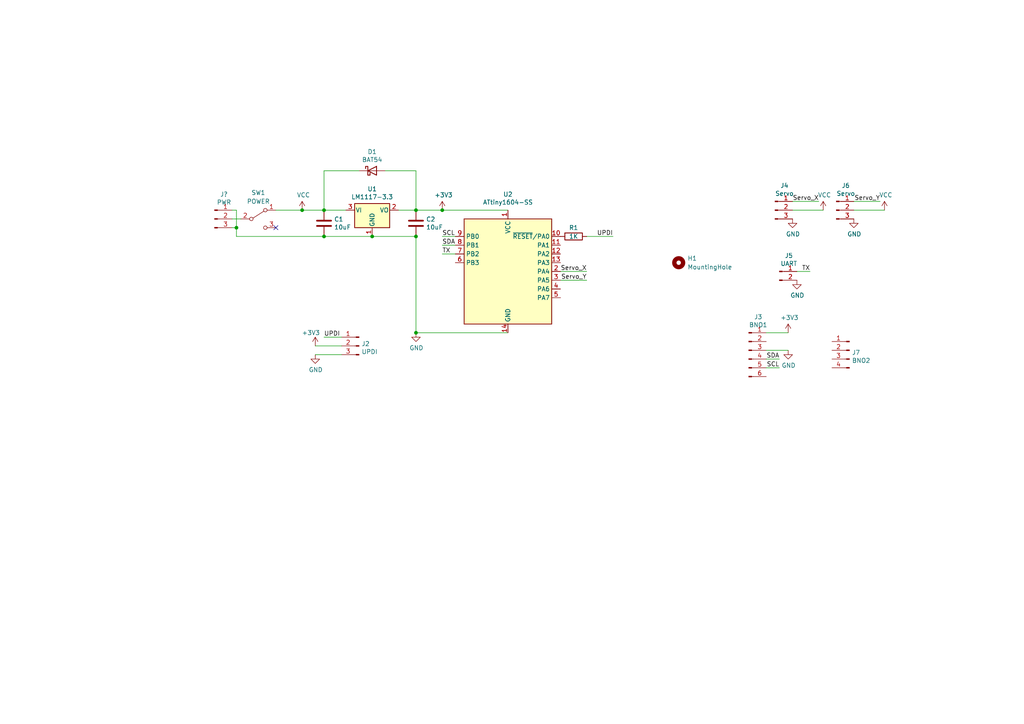
<source format=kicad_sch>
(kicad_sch (version 20211123) (generator eeschema)
  (paper "A4")
  (lib_symbols
    (symbol "Connector:Conn_01x02_Male" (pin_names (offset 1.016) hide)
      (property "Reference" "J" (at 0 2.54 0))
      (property "Value" "Conn_01x02_Male" (at 0 -5.08 0))
      (symbol "Conn_01x02_Male_1_1"
        (polyline (pts (xy 1.27 -2.54) (xy 0.8636 -2.54)) (stroke (width 0.1524)))
        (polyline (pts (xy 1.27 0) (xy 0.8636 0)) (stroke (width 0.1524)))
        (rectangle (start 0.8636 -2.413) (end 0 -2.667) (stroke (width 0.1524)) (fill (type outline)))
        (rectangle (start 0.8636 0.127) (end 0 -0.127) (stroke (width 0.1524)) (fill (type outline)))
        (pin passive line (at 5.08 0 180) (length 3.81) (name "Pin_1") (number "1"))
        (pin passive line (at 5.08 -2.54 180) (length 3.81) (name "Pin_2") (number "2"))
      )
    )
    (symbol "Connector:Conn_01x03_Male" (pin_names (offset 1.016) hide)
      (property "Reference" "J" (at 0 5.08 0))
      (property "Value" "Conn_01x03_Male" (at 0 -5.08 0))
      (symbol "Conn_01x03_Male_1_1"
        (polyline (pts (xy 1.27 -2.54) (xy 0.8636 -2.54)) (stroke (width 0.1524)))
        (polyline (pts (xy 1.27 0) (xy 0.8636 0)) (stroke (width 0.1524)))
        (polyline (pts (xy 1.27 2.54) (xy 0.8636 2.54)) (stroke (width 0.1524)))
        (rectangle (start 0.8636 -2.413) (end 0 -2.667) (stroke (width 0.1524)) (fill (type outline)))
        (rectangle (start 0.8636 0.127) (end 0 -0.127) (stroke (width 0.1524)) (fill (type outline)))
        (rectangle (start 0.8636 2.667) (end 0 2.413) (stroke (width 0.1524)) (fill (type outline)))
        (pin passive line (at 5.08 2.54 180) (length 3.81) (name "Pin_1") (number "1"))
        (pin passive line (at 5.08 0 180) (length 3.81) (name "Pin_2") (number "2"))
        (pin passive line (at 5.08 -2.54 180) (length 3.81) (name "Pin_3") (number "3"))
      )
    )
    (symbol "Connector:Conn_01x04_Male" (pin_names (offset 1.016) hide)
      (property "Reference" "J" (at 0 5.08 0))
      (property "Value" "Conn_01x04_Male" (at 0 -7.62 0))
      (symbol "Conn_01x04_Male_1_1"
        (polyline (pts (xy 1.27 -5.08) (xy 0.8636 -5.08)) (stroke (width 0.1524)))
        (polyline (pts (xy 1.27 -2.54) (xy 0.8636 -2.54)) (stroke (width 0.1524)))
        (polyline (pts (xy 1.27 0) (xy 0.8636 0)) (stroke (width 0.1524)))
        (polyline (pts (xy 1.27 2.54) (xy 0.8636 2.54)) (stroke (width 0.1524)))
        (rectangle (start 0.8636 -4.953) (end 0 -5.207) (stroke (width 0.1524)) (fill (type outline)))
        (rectangle (start 0.8636 -2.413) (end 0 -2.667) (stroke (width 0.1524)) (fill (type outline)))
        (rectangle (start 0.8636 0.127) (end 0 -0.127) (stroke (width 0.1524)) (fill (type outline)))
        (rectangle (start 0.8636 2.667) (end 0 2.413) (stroke (width 0.1524)) (fill (type outline)))
        (pin passive line (at 5.08 2.54 180) (length 3.81) (name "Pin_1") (number "1"))
        (pin passive line (at 5.08 0 180) (length 3.81) (name "Pin_2") (number "2"))
        (pin passive line (at 5.08 -2.54 180) (length 3.81) (name "Pin_3") (number "3"))
        (pin passive line (at 5.08 -5.08 180) (length 3.81) (name "Pin_4") (number "4"))
      )
    )
    (symbol "Connector:Conn_01x06_Male" (pin_names (offset 1.016) hide)
      (property "Reference" "J" (at 0 7.62 0))
      (property "Value" "Conn_01x06_Male" (at 0 -10.16 0))
      (symbol "Conn_01x06_Male_1_1"
        (polyline (pts (xy 1.27 -7.62) (xy 0.8636 -7.62)) (stroke (width 0.1524)))
        (polyline (pts (xy 1.27 -5.08) (xy 0.8636 -5.08)) (stroke (width 0.1524)))
        (polyline (pts (xy 1.27 -2.54) (xy 0.8636 -2.54)) (stroke (width 0.1524)))
        (polyline (pts (xy 1.27 0) (xy 0.8636 0)) (stroke (width 0.1524)))
        (polyline (pts (xy 1.27 2.54) (xy 0.8636 2.54)) (stroke (width 0.1524)))
        (polyline (pts (xy 1.27 5.08) (xy 0.8636 5.08)) (stroke (width 0.1524)))
        (rectangle (start 0.8636 -7.493) (end 0 -7.747) (stroke (width 0.1524)) (fill (type outline)))
        (rectangle (start 0.8636 -4.953) (end 0 -5.207) (stroke (width 0.1524)) (fill (type outline)))
        (rectangle (start 0.8636 -2.413) (end 0 -2.667) (stroke (width 0.1524)) (fill (type outline)))
        (rectangle (start 0.8636 0.127) (end 0 -0.127) (stroke (width 0.1524)) (fill (type outline)))
        (rectangle (start 0.8636 2.667) (end 0 2.413) (stroke (width 0.1524)) (fill (type outline)))
        (rectangle (start 0.8636 5.207) (end 0 4.953) (stroke (width 0.1524)) (fill (type outline)))
        (pin passive line (at 5.08 5.08 180) (length 3.81) (name "Pin_1") (number "1"))
        (pin passive line (at 5.08 2.54 180) (length 3.81) (name "Pin_2") (number "2"))
        (pin passive line (at 5.08 0 180) (length 3.81) (name "Pin_3") (number "3"))
        (pin passive line (at 5.08 -2.54 180) (length 3.81) (name "Pin_4") (number "4"))
        (pin passive line (at 5.08 -5.08 180) (length 3.81) (name "Pin_5") (number "5"))
        (pin passive line (at 5.08 -7.62 180) (length 3.81) (name "Pin_6") (number "6"))
      )
    )
    (symbol "Device:C" (pin_numbers hide) (pin_names (offset 0.254))
      (property "Reference" "C" (at 0.635 2.54 0))
      (property "Value" "C" (at 0.635 -2.54 0))
      (symbol "C_0_1"
        (polyline (pts (xy -2.032 -0.762) (xy 2.032 -0.762)) (stroke (width 0.508)))
        (polyline (pts (xy -2.032 0.762) (xy 2.032 0.762)) (stroke (width 0.508)))
      )
      (symbol "C_1_1"
        (pin passive line (at 0 3.81 270) (length 2.794) (name "~") (number "1"))
        (pin passive line (at 0 -3.81 90) (length 2.794) (name "~") (number "2"))
      )
    )
    (symbol "Device:D_Schottky" (pin_numbers hide) (pin_names (offset 1.016) hide)
      (property "Reference" "D" (at 0 2.54 0))
      (property "Value" "D_Schottky" (at 0 -2.54 0))
      (symbol "D_Schottky_0_1"
        (polyline (pts (xy 1.27 0) (xy -1.27 0)))
        (polyline (pts (xy 1.27 1.27) (xy 1.27 -1.27) (xy -1.27 0) (xy 1.27 1.27)) (stroke (width 0.254)))
        (polyline (pts (xy -1.905 0.635) (xy -1.905 1.27) (xy -1.27 1.27) (xy -1.27 -1.27) (xy -0.635 -1.27) (xy -0.635 -0.635)) (stroke (width 0.254)))
      )
      (symbol "D_Schottky_1_1"
        (pin passive line (at -3.81 0 0) (length 2.54) (name "K") (number "1"))
        (pin passive line (at 3.81 0 180) (length 2.54) (name "A") (number "2"))
      )
    )
    (symbol "Device:R" (pin_numbers hide) (pin_names (offset 0))
      (property "Reference" "R" (at 2.032 0 90))
      (property "Value" "R" (at 0 0 90))
      (symbol "R_0_1"
        (rectangle (start -1.016 -2.54) (end 1.016 2.54) (stroke (width 0.254)))
      )
      (symbol "R_1_1"
        (pin passive line (at 0 3.81 270) (length 1.27) (name "~") (number "1"))
        (pin passive line (at 0 -3.81 90) (length 1.27) (name "~") (number "2"))
      )
    )
    (symbol "MCU_Microchip_ATtiny:ATtiny1604-SS"
      (property "Reference" "U" (at -12.7 16.51 0))
      (property "Value" "ATtiny1604-SS" (at 2.54 -16.51 0))
      (symbol "ATtiny1604-SS_0_1"
        (rectangle (start -12.7 -15.24) (end 12.7 15.24) (stroke (width 0.254)) (fill (type background)))
      )
      (symbol "ATtiny1604-SS_1_1"
        (pin power_in line (at 0 17.78 270) (length 2.54) (name "VCC") (number "1"))
        (pin bidirectional line (at 15.24 10.16 180) (length 2.54) (name "~{RESET}/PA0") (number "10"))
        (pin bidirectional line (at 15.24 7.62 180) (length 2.54) (name "PA1") (number "11"))
        (pin bidirectional line (at 15.24 5.08 180) (length 2.54) (name "PA2") (number "12"))
        (pin bidirectional line (at 15.24 2.54 180) (length 2.54) (name "PA3") (number "13"))
        (pin power_in line (at 0 -17.78 90) (length 2.54) (name "GND") (number "14"))
        (pin bidirectional line (at 15.24 0 180) (length 2.54) (name "PA4") (number "2"))
        (pin bidirectional line (at 15.24 -2.54 180) (length 2.54) (name "PA5") (number "3"))
        (pin bidirectional line (at 15.24 -5.08 180) (length 2.54) (name "PA6") (number "4"))
        (pin bidirectional line (at 15.24 -7.62 180) (length 2.54) (name "PA7") (number "5"))
        (pin bidirectional line (at -15.24 2.54 0) (length 2.54) (name "PB3") (number "6"))
        (pin bidirectional line (at -15.24 5.08 0) (length 2.54) (name "PB2") (number "7"))
        (pin bidirectional line (at -15.24 7.62 0) (length 2.54) (name "PB1") (number "8"))
        (pin bidirectional line (at -15.24 10.16 0) (length 2.54) (name "PB0") (number "9"))
      )
    )
    (symbol "Mechanical:MountingHole" (pin_names (offset 1.016))
      (property "Reference" "H" (at 0 5.08 0))
      (property "Value" "MountingHole" (at 0 3.175 0))
      (symbol "MountingHole_0_1"
        (circle (center 0 0) (radius 1.27) (stroke (width 1.27)))
      )
    )
    (symbol "Regulator_Linear:LM1117-3.3" (pin_names (offset 0.254))
      (property "Reference" "U" (at -3.81 3.175 0))
      (property "Value" "LM1117-3.3" (at 0 3.175 0))
      (symbol "LM1117-3.3_0_1"
        (rectangle (start -5.08 -5.08) (end 5.08 1.905) (stroke (width 0.254)) (fill (type background)))
      )
      (symbol "LM1117-3.3_1_1"
        (pin power_in line (at 0 -7.62 90) (length 2.54) (name "GND") (number "1"))
        (pin power_out line (at 7.62 0 180) (length 2.54) (name "VO") (number "2"))
        (pin power_in line (at -7.62 0 0) (length 2.54) (name "VI") (number "3"))
      )
    )
    (symbol "Switch:SW_SPDT" (pin_names (offset 0) hide)
      (property "Reference" "SW" (at 0 4.318 0))
      (property "Value" "SW_SPDT" (at 0 -5.08 0))
      (symbol "SW_SPDT_0_0"
        (circle (center -2.032 0) (radius 0.508))
        (circle (center 2.032 -2.54) (radius 0.508))
      )
      (symbol "SW_SPDT_0_1"
        (polyline (pts (xy -1.524 0.254) (xy 1.651 2.286)))
        (circle (center 2.032 2.54) (radius 0.508))
      )
      (symbol "SW_SPDT_1_1"
        (pin passive line (at 5.08 2.54 180) (length 2.54) (name "A") (number "1"))
        (pin passive line (at -5.08 0 0) (length 2.54) (name "B") (number "2"))
        (pin passive line (at 5.08 -2.54 180) (length 2.54) (name "C") (number "3"))
      )
    )
    (symbol "power:+3V3" (power) (pin_names (offset 0))
      (property "Value" "+3V3" (at 0 3.556 0))
      (symbol "+3V3_0_1"
        (polyline (pts (xy -0.762 1.27) (xy 0 2.54)))
        (polyline (pts (xy 0 0) (xy 0 2.54)))
        (polyline (pts (xy 0 2.54) (xy 0.762 1.27)))
      )
      (symbol "+3V3_1_1"
        (pin power_in line (at 0 0 90) (length 0) hide (name "+3V3") (number "1"))
      )
    )
    (symbol "power:GND" (power) (pin_names (offset 0))
      (property "Value" "GND" (at 0 -3.81 0))
      (symbol "GND_0_1"
        (polyline (pts (xy 0 0) (xy 0 -1.27) (xy 1.27 -1.27) (xy 0 -2.54) (xy -1.27 -1.27) (xy 0 -1.27)))
      )
      (symbol "GND_1_1"
        (pin power_in line (at 0 0 270) (length 0) hide (name "GND") (number "1"))
      )
    )
    (symbol "power:VCC" (power) (pin_names (offset 0))
      (property "Value" "VCC" (at 0 3.81 0))
      (symbol "VCC_0_1"
        (polyline (pts (xy -0.762 1.27) (xy 0 2.54)))
        (polyline (pts (xy 0 0) (xy 0 2.54)))
        (polyline (pts (xy 0 2.54) (xy 0.762 1.27)))
      )
      (symbol "VCC_1_1"
        (pin power_in line (at 0 0 90) (length 0) hide (name "VCC") (number "1"))
      )
    )
  )
  (junction (at 120.65 60.96))
  (junction (at 68.58 66.04))
  (junction (at 107.95 68.58))
  (junction (at 93.98 68.58))
  (junction (at 128.27 60.96))
  (junction (at 120.65 96.52))
  (junction (at 93.98 60.96))
  (junction (at 120.65 68.58))
  (junction (at 87.63 60.96))
  (no_connect (at 80.01 66.04))
  (wire (pts (xy 247.65 58.42) (xy 255.27 58.42)))
  (wire (pts (xy 93.98 49.53) (xy 104.14 49.53)))
  (wire (pts (xy 132.08 71.12) (xy 128.27 71.12)))
  (wire (pts (xy 120.65 96.52) (xy 147.32 96.52)))
  (wire (pts (xy 68.58 60.96) (xy 68.58 66.04)))
  (wire (pts (xy 91.44 100.33) (xy 99.06 100.33)))
  (wire (pts (xy 247.65 60.96) (xy 256.54 60.96)))
  (wire (pts (xy 162.56 81.28) (xy 170.18 81.28)))
  (wire (pts (xy 99.06 97.79) (xy 93.98 97.79)))
  (wire (pts (xy 100.33 60.96) (xy 93.98 60.96)))
  (wire (pts (xy 93.98 68.58) (xy 107.95 68.58)))
  (wire (pts (xy 107.95 68.58) (xy 120.65 68.58)))
  (wire (pts (xy 120.65 60.96) (xy 115.57 60.96)))
  (wire (pts (xy 128.27 60.96) (xy 147.32 60.96)))
  (wire (pts (xy 67.31 66.04) (xy 68.58 66.04)))
  (wire (pts (xy 68.58 68.58) (xy 93.98 68.58)))
  (wire (pts (xy 222.25 101.6) (xy 228.6 101.6)))
  (wire (pts (xy 132.08 68.58) (xy 128.27 68.58)))
  (wire (pts (xy 120.65 68.58) (xy 120.65 96.52)))
  (wire (pts (xy 222.25 104.14) (xy 226.06 104.14)))
  (wire (pts (xy 170.18 68.58) (xy 177.8 68.58)))
  (wire (pts (xy 162.56 78.74) (xy 170.18 78.74)))
  (wire (pts (xy 222.25 106.68) (xy 226.06 106.68)))
  (wire (pts (xy 229.87 60.96) (xy 238.76 60.96)))
  (wire (pts (xy 222.25 96.52) (xy 228.6 96.52)))
  (wire (pts (xy 68.58 66.04) (xy 68.58 68.58)))
  (wire (pts (xy 80.01 60.96) (xy 87.63 60.96)))
  (wire (pts (xy 67.31 60.96) (xy 68.58 60.96)))
  (wire (pts (xy 67.31 63.5) (xy 69.85 63.5)))
  (wire (pts (xy 91.44 102.87) (xy 99.06 102.87)))
  (wire (pts (xy 93.98 60.96) (xy 93.98 49.53)))
  (wire (pts (xy 229.87 58.42) (xy 237.49 58.42)))
  (wire (pts (xy 120.65 60.96) (xy 128.27 60.96)))
  (wire (pts (xy 120.65 49.53) (xy 120.65 60.96)))
  (wire (pts (xy 231.14 78.74) (xy 234.95 78.74)))
  (wire (pts (xy 132.08 73.66) (xy 128.27 73.66)))
  (wire (pts (xy 111.76 49.53) (xy 120.65 49.53)))
  (wire (pts (xy 87.63 60.96) (xy 93.98 60.96)))
  (label "TX" (at 234.95 78.74 180))
  (label "Servo_Y" (at 255.27 58.42 180))
  (label "Servo_X" (at 237.49 58.42 180))
  (label "Servo_Y" (at 170.18 81.28 180))
  (label "UPDI" (at 93.98 97.79 0))
  (label "SCL" (at 226.06 106.68 180))
  (label "SDA" (at 226.06 104.14 180))
  (label "SDA" (at 128.27 71.12 0))
  (label "UPDI" (at 177.8 68.58 180))
  (label "TX" (at 128.27 73.66 0))
  (label "SCL" (at 128.27 68.58 0))
  (label "Servo_X" (at 170.18 78.74 180))
  (symbol (lib_id "MCU_Microchip_ATtiny:ATtiny1604-SS") (at 147.32 78.74 0) (unit 1)
    (property "Reference" "U2" (at 147.32 56.3626 0))
    (property "Value" "ATtiny1604-SS" (at 147.32 58.674 0))
    (property "Footprint" "Package_SO:SOIC-14_3.9x8.7mm_P1.27mm" (effects hide))
    (property "Datasheet" "http://ww1.microchip.com/downloads/en/DeviceDoc/ATtiny804_1604-Data-Sheet-40002028A.pdf" (effects hide))
  )
  (symbol (lib_id "Regulator_Linear:LM1117-3.3") (at 107.95 60.96 0) (unit 1)
    (property "Reference" "U1" (at 107.95 54.8132 0))
    (property "Value" "LM1117-3.3" (at 107.95 57.1246 0))
    (property "Footprint" "Package_TO_SOT_SMD:SOT-223-3_TabPin2" (effects hide))
    (property "Datasheet" "http://www.ti.com/lit/ds/symlink/lm1117.pdf" (effects hide))
  )
  (symbol (lib_id "Connector:Conn_01x03_Male") (at 104.14 100.33 0) (mirror y) (unit 1)
    (property "Reference" "J2" (at 104.8512 99.7204 0) (effects (justify right)))
    (property "Value" "UPDI" (at 104.8512 102.0318 0) (effects (justify right)))
    (property "Footprint" "Connector_PinHeader_2.54mm:PinHeader_1x03_P2.54mm_Vertical" (effects hide))
  )
  (symbol (lib_id "Connector:Conn_01x03_Male") (at 224.79 60.96 0) (unit 1)
    (property "Reference" "J4" (at 227.5332 53.8226 0))
    (property "Value" "Servo" (at 227.5332 56.134 0))
    (property "Footprint" "Connector_PinHeader_2.54mm:PinHeader_1x03_P2.54mm_Vertical" (effects hide))
  )
  (symbol (lib_id "Connector:Conn_01x03_Male") (at 242.57 60.96 0) (unit 1)
    (property "Reference" "J6" (at 245.3132 53.8226 0))
    (property "Value" "Servo" (at 245.3132 56.134 0))
    (property "Footprint" "Connector_PinHeader_2.54mm:PinHeader_1x03_P2.54mm_Vertical" (effects hide))
  )
  (symbol (lib_id "Connector:Conn_01x02_Male") (at 226.06 78.74 0) (unit 1)
    (property "Reference" "J5" (at 228.8032 74.1426 0))
    (property "Value" "UART" (at 228.8032 76.454 0))
    (property "Footprint" "Connector_PinHeader_2.54mm:PinHeader_1x02_P2.54mm_Vertical" (effects hide))
  )
  (symbol (lib_id "Device:D_Schottky") (at 107.95 49.53 0) (unit 1)
    (property "Reference" "D1" (at 107.95 44.0182 0))
    (property "Value" "BAT54" (at 107.95 46.3296 0))
    (property "Footprint" "Diode_SMD:D_SOD-123" (effects hide))
  )
  (symbol (lib_id "Device:C") (at 93.98 64.77 0) (unit 1)
    (property "Reference" "C1" (at 96.901 63.6016 0) (effects (justify left)))
    (property "Value" "10uF" (at 96.901 65.913 0) (effects (justify left)))
    (property "Footprint" "Capacitor_SMD:C_0805_2012Metric" (effects hide))
  )
  (symbol (lib_id "Device:C") (at 120.65 64.77 0) (unit 1)
    (property "Reference" "C2" (at 123.571 63.6016 0) (effects (justify left)))
    (property "Value" "10uF" (at 123.571 65.913 0) (effects (justify left)))
    (property "Footprint" "Capacitor_SMD:C_0805_2012Metric" (effects hide))
  )
  (symbol (lib_id "power:+3V3") (at 128.27 60.96 0) (unit 1)
    (property "Reference" "#PWR05" (effects hide))
    (property "Value" "+3V3" (at 128.651 56.5658 0))
  )
  (symbol (lib_id "power:GND") (at 120.65 96.52 0) (unit 1)
    (property "Reference" "#PWR04" (effects hide))
    (property "Value" "GND" (at 120.777 100.9142 0))
  )
  (symbol (lib_id "power:VCC") (at 87.63 60.96 0) (unit 1)
    (property "Reference" "#PWR01" (effects hide))
    (property "Value" "VCC" (at 88.011 56.5658 0))
  )
  (symbol (lib_id "power:+3V3") (at 91.44 100.33 0) (unit 1)
    (property "Reference" "#PWR02" (effects hide))
    (property "Value" "+3V3" (at 90.17 96.52 0))
  )
  (symbol (lib_id "power:GND") (at 91.44 102.87 0) (unit 1)
    (property "Reference" "#PWR03" (effects hide))
    (property "Value" "GND" (at 91.567 107.2642 0))
  )
  (symbol (lib_id "power:GND") (at 231.14 81.28 0) (unit 1)
    (property "Reference" "#PWR09" (effects hide))
    (property "Value" "GND" (at 231.267 85.6742 0))
  )
  (symbol (lib_id "power:VCC") (at 238.76 60.96 0) (unit 1)
    (property "Reference" "#PWR010" (effects hide))
    (property "Value" "VCC" (at 239.141 56.5658 0))
  )
  (symbol (lib_id "power:VCC") (at 256.54 60.96 0) (unit 1)
    (property "Reference" "#PWR012" (effects hide))
    (property "Value" "VCC" (at 256.921 56.5658 0))
  )
  (symbol (lib_id "power:GND") (at 229.87 63.5 0) (unit 1)
    (property "Reference" "#PWR08" (effects hide))
    (property "Value" "GND" (at 229.997 67.8942 0))
  )
  (symbol (lib_id "power:GND") (at 247.65 63.5 0) (unit 1)
    (property "Reference" "#PWR011" (effects hide))
    (property "Value" "GND" (at 247.777 67.8942 0))
  )
  (symbol (lib_id "Connector:Conn_01x06_Male") (at 217.17 101.6 0) (unit 1)
    (property "Reference" "J3" (at 219.9132 91.9226 0))
    (property "Value" "BNO1" (at 219.9132 94.234 0))
    (property "Footprint" "Connector_PinHeader_2.54mm:PinHeader_1x06_P2.54mm_Vertical" (effects hide))
  )
  (symbol (lib_id "power:GND") (at 228.6 101.6 0) (unit 1)
    (property "Reference" "#PWR07" (effects hide))
    (property "Value" "GND" (at 228.727 105.9942 0))
  )
  (symbol (lib_id "power:+3V3") (at 228.6 96.52 0) (unit 1)
    (property "Reference" "#PWR06" (effects hide))
    (property "Value" "+3V3" (at 228.981 92.1258 0))
  )
  (symbol (lib_id "Connector:Conn_01x04_Male") (at 246.38 101.6 0) (mirror y) (unit 1)
    (property "Reference" "J7" (at 247.0912 102.2604 0) (effects (justify right)))
    (property "Value" "BNO2" (at 247.0912 104.5718 0) (effects (justify right)))
    (property "Footprint" "Connector_PinHeader_2.54mm:PinHeader_1x04_P2.54mm_Vertical" (effects hide))
  )
  (symbol (lib_id "Device:R") (at 166.37 68.58 270) (unit 1)
    (property "Reference" "R1" (at 166.37 66.04 90))
    (property "Value" "1K" (at 166.37 68.58 90))
    (property "Footprint" "Resistor_SMD:R_1206_3216Metric" (effects hide))
  )
  (symbol (lib_id "Connector:Conn_01x03_Male") (at 62.23 63.5 0) (unit 1)
    (property "Reference" "J?" (at 64.9732 56.3626 0))
    (property "Value" "PWR" (at 64.9732 58.674 0))
    (property "Footprint" "Connector_PinHeader_2.54mm:PinHeader_1x03_P2.54mm_Vertical" (effects hide))
  )
  (symbol (lib_id "Switch:SW_SPDT") (at 74.93 63.5 0) (unit 1)
    (property "Reference" "SW1" (at 74.93 55.88 0))
    (property "Value" "POWER" (at 74.93 58.42 0))
    (property "Footprint" "gimbal:Switch" (effects hide))
  )
  (symbol (lib_id "Mechanical:MountingHole") (at 196.85 76.2 0) (unit 1)
    (property "Reference" "H1" (at 199.39 74.9299 0) (effects (justify left)))
    (property "Value" "MountingHole" (at 199.39 77.4699 0) (effects (justify left)))
    (property "Footprint" "MountingHole:MountingHole_3.2mm_M3" (effects hide))
  )
)
</source>
